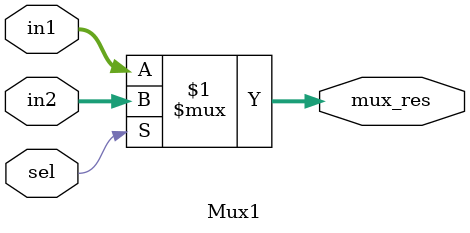
<source format=v>
module Mux1(input sel, input [31:0] in1, input [31:0] in2, output [31:0] mux_res);
    
    
    assign mux_res = sel ? in2 : in1;

endmodule


</source>
